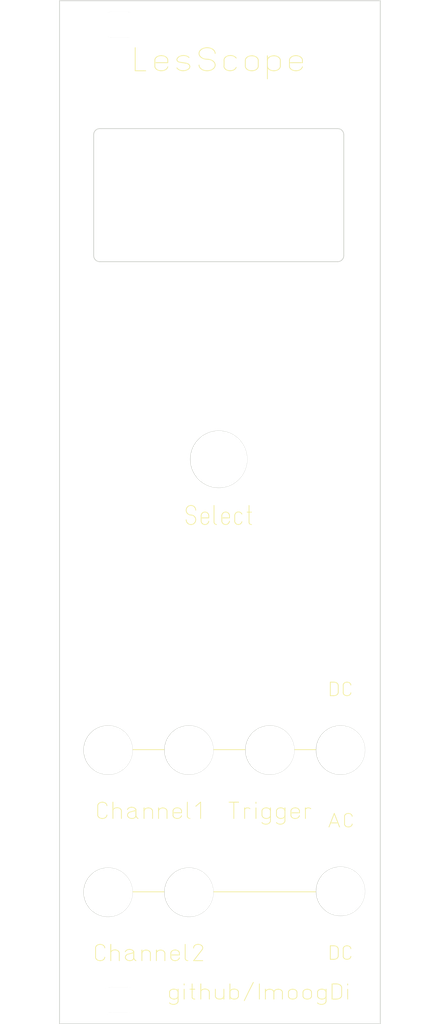
<source format=kicad_pcb>
(kicad_pcb (version 20221018) (generator pcbnew)
  (title_block (title "LesScope") (date "2025-02-14") (rev "1.0") (company "ImooDi") (comment 1 "CC BY-NC-SA"))
  (layers (0 "F.Cu" signal) (31 "B.Cu" signal) (34 "B.Paste" user) (35 "F.Paste" user) (36 "B.SilkS" user "B.Silkscreen") (37 "F.SilkS" user "F.Silkscreen") (38 "B.Mask" user) (39 "F.Mask" user) (44 "Edge.Cuts" user))
  (net 0 "")
  (footprint "" (layer "F.Cu") (at 118.833972 44.201484)
    (fp_text reference "" (at 0 0) (layer "F.SilkS") (effects (font (size 1.27 1.27))))
    (fp_text value "" (at 0 0) (layer "F.SilkS") (effects (font (size 1.27 1.27))))
    (pad "" np_thru_hole circle (at 12.1 0.33) (size 3.1 3.1) (drill 3.1) (layers "F&B.Cu" "*.Mask"))
  )
  (footprint "" (layer "F.Cu") (at 133.693972 157.921484)
    (fp_text reference "" (at 0 0) (layer "F.SilkS") (effects (font (size 1.27 1.27))))
    (fp_text value "" (at 0 0) (layer "F.SilkS") (effects (font (size 1.27 1.27))))
    (pad "" np_thru_hole oval (at -0.11 -0.21) (size 5.2 3.2) (drill oval 5.2 3.2) (layers "F&B.Cu" "*.Mask"))
  )
  (footprint "" (layer "F.Cu") (at 161.333972 144.035742)
    (fp_text reference "" (at 0 0) (layer "F.SilkS") (effects (font (size 1.27 1.27))))
    (fp_text value "" (at 0 0) (layer "F.SilkS") (effects (font (size 1.27 1.27))))
    (pad "" np_thru_hole circle (at 0.05 0.045742) (size 6.1 6.1) (drill 6.1) (layers "F&B.Cu" "*.Mask"))
  )
  (footprint "" (layer "F.Cu") (at 174.633972 45.521484)
    (fp_text reference "" (at 0 0) (layer "F.SilkS") (effects (font (size 1.27 1.27))))
    (fp_text value "" (at 0 0) (layer "F.SilkS") (effects (font (size 1.27 1.27))))
    (pad "" np_thru_hole circle (at -13.3 -0.99) (size 3.1 3.1) (drill 3.1) (layers "F&B.Cu" "*.Mask"))
  )
  (footprint "" (layer "F.Cu") (at 132.003972 126.941484)
    (fp_text reference "" (at 0 0) (layer "F.SilkS") (effects (font (size 1.27 1.27))))
    (fp_text value "" (at 0 0) (layer "F.SilkS") (effects (font (size 1.27 1.27))))
    (pad "" np_thru_hole circle (at 0.18 -0.58) (size 6.1 6.1) (drill 6.1) (layers "F&B.Cu" "*.Mask"))
  )
  (footprint "" (layer "F.Cu") (at 142.283972 125.651484)
    (fp_text reference "" (at 0 0) (layer "F.SilkS") (effects (font (size 1.27 1.27))))
    (fp_text value "" (at 0 0) (layer "F.SilkS") (effects (font (size 1.27 1.27))))
    (pad "" np_thru_hole circle (at 0.05 0.71) (size 6.1 6.1) (drill 6.1) (layers "F&B.Cu" "*.Mask"))
  )
  (footprint "" (layer "F.Cu") (at 132.153972 144.241484)
    (fp_text reference "" (at 0 0) (layer "F.SilkS") (effects (font (size 1.27 1.27))))
    (fp_text value "" (at 0 0) (layer "F.SilkS") (effects (font (size 1.27 1.27))))
    (pad "" np_thru_hole circle (at 0.03 -0.04) (size 6.1 6.1) (drill 6.1) (layers "F&B.Cu" "*.Mask"))
  )
  (footprint "" (layer "F.Cu") (at 146.053972 89.581484)
    (fp_text reference "" (at 0 0) (layer "F.SilkS") (effects (font (size 1.27 1.27))))
    (fp_text value "" (at 0 0) (layer "F.SilkS") (effects (font (size 1.27 1.27))))
    (pad "" np_thru_hole circle (at 0.03 0.28) (size 7.1 7.1) (drill 7.1) (layers "F&B.Cu" "*.Mask"))
  )
  (footprint "" (layer "F.Cu") (at 152.543972 126.821484)
    (fp_text reference "" (at 0 0) (layer "F.SilkS") (effects (font (size 1.27 1.27))))
    (fp_text value "" (at 0 0) (layer "F.SilkS") (effects (font (size 1.27 1.27))))
    (pad "" np_thru_hole circle (at -0.04 -0.46) (size 6.1 6.1) (drill 6.1) (layers "F&B.Cu" "*.Mask"))
  )
  (footprint "" (layer "F.Cu") (at 161.333972 126.324284)
    (fp_text reference "" (at 0 0) (layer "F.SilkS") (effects (font (size 1.27 1.27))))
    (fp_text value "" (at 0 0) (layer "F.SilkS") (effects (font (size 1.27 1.27))))
    (pad "" np_thru_hole circle (at 0.05 0.0372) (size 6.1 6.1) (drill 6.1) (layers "F&B.Cu" "*.Mask"))
  )
  (footprint "" (layer "F.Cu") (at 142.303972 144.291484)
    (fp_text reference "" (at 0 0) (layer "F.SilkS") (effects (font (size 1.27 1.27))))
    (fp_text value "" (at 0 0) (layer "F.SilkS") (effects (font (size 1.27 1.27))))
    (pad "" np_thru_hole circle (at 0.03 -0.09) (size 6.1 6.1) (drill 6.1) (layers "F&B.Cu" "*.Mask"))
  )
  (footprint "" (layer "F.Cu") (at 133.693972 35.431484)
    (fp_text reference "" (at 0 0) (layer "F.SilkS") (effects (font (size 1.27 1.27))))
    (fp_text value "" (at 0 0) (layer "F.SilkS") (effects (font (size 1.27 1.27))))
    (pad "" np_thru_hole oval (at -0.11 -0.12) (size 5.2 3.2) (drill oval 5.2 3.2) (layers "F&B.Cu" "*.Mask"))
  )
  (gr_line (start 154.383544 133.613984) (end 154.383544 133.972734) (stroke (width 0.1)) (layer "F.SilkS"))
  (gr_curve (pts (xy 141.388444 133.969734) (xy 141.361208 133.759005) (xy 141.130741 133.598474) (xy 140.855444 133.598474)) (stroke (width 0.1)) (layer "F.SilkS"))
  (gr_curve (pts (xy 140.425119 156.357328) (xy 140.148891 156.357328) (xy 139.917646 156.506897) (xy 139.890319 156.703234)) (stroke (width 0.1)) (layer "F.SilkS"))
  (gr_line (start 136.412044 152.789484) (end 136.412044 151.456984) (stroke (width 0.1)) (layer "F.SilkS"))
  (gr_arc (start 147.414102 97.635484) (mid 146.934102 98.055012) (end 146.454102 97.635484) (stroke (width 0.1)) (layer "F.SilkS"))
  (gr_arc (start 143.854102 96.915484) (mid 144.334102 96.480838) (end 144.814102 96.915484) (stroke (width 0.1)) (layer "F.SilkS"))
  (gr_line (start 154.068119 157.610484) (end 154.068119 156.750984) (stroke (width 0.1)) (layer "F.SilkS"))
  (gr_line (start 162.266519 155.843734) (end 162.266519 155.700484) (stroke (width 0.1)) (layer "F.SilkS"))
  (gr_line (start 158.479519 157.180734) (end 158.479519 156.703234) (stroke (width 0.1)) (layer "F.SilkS"))
  (gr_curve (pts (xy 133.122504 151.435991) (xy 132.854782 151.397377) (xy 132.590838 151.515914) (xy 132.502944 151.714234)) (stroke (width 0.1)) (layer "F.SilkS"))
  (gr_line (start 143.186235 133.404984) (end 143.78586 132.892484) (stroke (width 0.1)) (layer "F.SilkS"))
  (gr_curve (pts (xy 161.944802 119.482137) (xy 162.092954 119.547933) (xy 162.275484 119.547933) (xy 162.423635 119.482137)) (stroke (width 0.1)) (layer "F.SilkS"))
  (gr_arc (start 145.774102 98.055484) (mid 145.570954 97.958632) (end 145.474102 97.755484) (stroke (width 0.1)) (layer "F.SilkS"))
  (gr_line (start 134.657369 151.969484) (end 135.256994 151.815734) (stroke (width 0.1)) (layer "F.SilkS"))
  (gr_curve (pts (xy 140.855444 133.598474) (xy 140.580146 133.598474) (xy 140.349679 133.759005) (xy 140.322444 133.969734)) (stroke (width 0.1)) (layer "F.SilkS"))
  (gr_curve (pts (xy 143.588869 40.380484) (xy 143.588869 40.639502) (xy 143.782327 40.878844) (xy 144.096369 41.008352)) (stroke (width 0.1)) (layer "F.SilkS"))
  (gr_line (start 139.568444 134.944484) (end 139.568444 134.021984) (stroke (width 0.1)) (layer "F.SilkS"))
  (gr_line (start 157.722119 157.228484) (end 157.722119 156.750984) (stroke (width 0.1)) (layer "F.SilkS"))
  (gr_line (start 137.478044 152.789484) (end 137.478044 151.866984) (stroke (width 0.1)) (layer "F.SilkS"))
  (gr_curve (pts (xy 130.862344 134.502317) (xy 130.862344 134.747624) (xy 131.120862 134.946484) (xy 131.43976 134.946484)) (stroke (width 0.1)) (layer "F.SilkS"))
  (gr_curve (pts (xy 141.398293 41.085504) (xy 141.65727 41.128192) (xy 141.929295 41.081939) (xy 142.133569 40.960484)) (stroke (width 0.1)) (layer "F.SilkS"))
  (gr_line (start 143.814519 155.700484) (end 143.814519 156.607734) (stroke (width 0.1)) (layer "F.SilkS"))
  (gr_curve (pts (xy 138.039269 40.597984) (xy 138.094166 40.888306) (xy 138.441127 41.104913) (xy 138.851269 41.104913)) (stroke (width 0.1)) (layer "F.SilkS"))
  (gr_line (start 140.959919 157.896984) (end 140.959919 156.368984) (stroke (width 0.1)) (layer "F.SilkS"))
  (gr_curve (pts (xy 153.317544 134.485234) (xy 153.31029 134.722764) (xy 153.543033 134.924177) (xy 153.850544 134.946484)) (stroke (width 0.1)) (layer "F.SilkS"))
  (gr_curve (pts (xy 135.127644 133.527433) (xy 134.887811 133.527433) (xy 134.674119 133.643921) (xy 134.594644 133.817984)) (stroke (width 0.1)) (layer "F.SilkS"))
  (gr_curve (pts (xy 151.497544 135.458984) (xy 151.63359 135.617763) (xy 151.88514 135.693157) (xy 152.124973 135.647035)) (stroke (width 0.1)) (layer "F.SilkS"))
  (gr_line (start 148.074102 97.515484) (end 148.074102 96.975484) (stroke (width 0.1)) (layer "F.SilkS"))
  (gr_curve (pts (xy 160.919121 117.955303) (xy 160.815338 117.87547) (xy 160.674355 117.830885) (xy 160.527585 117.831484)) (stroke (width 0.1)) (layer "F.SilkS"))
  (gr_curve (pts (xy 158.479519 157.180734) (xy 158.472241 157.402043) (xy 158.70577 157.5897) (xy 159.014319 157.610484)) (stroke (width 0.1)) (layer "F.SilkS"))
  (gr_arc (start 150.174102 98.055484) (mid 149.981594 97.988624) (end 149.874102 97.815484) (stroke (width 0.1)) (layer "F.SilkS"))
  (gr_line (start 149.834519 156.655484) (end 150.413885 155.509484) (stroke (width 0.1)) (layer "F.SilkS"))
  (gr_curve (pts (xy 138.851269 41.104913) (xy 139.261411 41.104913) (xy 139.608372 40.888306) (xy 139.663269 40.597984)) (stroke (width 0.1)) (layer "F.SilkS"))
  (gr_curve (pts (xy 161.944802 152.566137) (xy 162.092954 152.631933) (xy 162.275484 152.631933) (xy 162.423635 152.566137)) (stroke (width 0.1)) (layer "F.SilkS"))
  (gr_line (start 140.052044 152.428734) (end 140.052044 151.813734) (stroke (width 0.1)) (layer "F.SilkS"))
  (gr_line (start 149.874102 97.815484) (end 149.874102 95.655484) (stroke (width 0.1)) (layer "F.SilkS"))
  (gr_curve (pts (xy 133.392904 133.591991) (xy 133.125182 133.553377) (xy 132.861238 133.671914) (xy 132.773344 133.870234)) (stroke (width 0.1)) (layer "F.SilkS"))
  (gr_line (start 141.388444 134.225984) (end 141.388444 133.969734) (stroke (width 0.1)) (layer "F.SilkS"))
  (gr_line (start 150.742244 134.946484) (end 150.742244 133.613984) (stroke (width 0.1)) (layer "F.SilkS"))
  (gr_line (start 149.320044 133.613984) (end 149.320044 133.818984) (stroke (width 0.1)) (layer "F.SilkS"))
  (gr_curve (pts (xy 137.748444 134.022984) (xy 137.748444 133.796547) (xy 137.509811 133.612984) (xy 137.215444 133.612984)) (stroke (width 0.1)) (layer "F.SilkS"))
  (gr_curve (pts (xy 161.509819 156.177984) (xy 161.51076 156.051138) (xy 161.440632 155.929293) (xy 161.315059 155.839598)) (stroke (width 0.1)) (layer "F.SilkS"))
  (gr_curve (pts (xy 162.663052 118.199817) (xy 162.663052 118.068225) (xy 162.571787 117.946628) (xy 162.423635 117.880831)) (stroke (width 0.1)) (layer "F.SilkS"))
  (gr_curve (pts (xy 140.052044 152.428734) (xy 140.088078 152.633962) (xy 140.315825 152.78708) (xy 140.585044 152.78708)) (stroke (width 0.1)) (layer "F.SilkS"))
  (gr_curve (pts (xy 145.32316 38.416704) (xy 145.1325 38.280519) (xy 144.873499 38.204463) (xy 144.603869 38.205484)) (stroke (width 0.1)) (layer "F.SilkS"))
  (gr_curve (pts (xy 155.670544 133.601474) (xy 155.395246 133.601474) (xy 155.164779 133.762005) (xy 155.137544 133.972734)) (stroke (width 0.1)) (layer "F.SilkS"))
  (gr_curve (pts (xy 135.660644 134.586734) (xy 135.684831 134.728586) (xy 135.780549 134.857437) (xy 135.927144 134.945484)) (stroke (width 0.1)) (layer "F.SilkS"))
  (gr_curve (pts (xy 142.722635 157.419484) (xy 142.756898 157.531555) (xy 142.896292 157.611208) (xy 143.056885 157.610484)) (stroke (width 0.1)) (layer "F.SilkS"))
  (gr_line (start 146.454102 97.215484) (end 147.414102 97.215484) (stroke (width 0.1)) (layer "F.SilkS"))
  (gr_line (start 150.174102 96.495484) (end 149.634102 96.495484) (stroke (width 0.1)) (layer "F.SilkS"))
  (gr_curve (pts (xy 140.585044 151.442474) (xy 140.309746 151.442474) (xy 140.079279 151.603005) (xy 140.052044 151.813734)) (stroke (width 0.1)) (layer "F.SilkS"))
  (gr_curve (pts (xy 145.32316 39.866704) (xy 145.1325 39.730519) (xy 144.873499 39.654463) (xy 144.603869 39.655484)) (stroke (width 0.1)) (layer "F.SilkS"))
  (gr_curve (pts (xy 134.927769 134.125484) (xy 134.684268 134.212312) (xy 134.555255 134.419938) (xy 134.620349 134.620228)) (stroke (width 0.1)) (layer "F.SilkS"))
  (gr_curve (pts (xy 139.890319 158.087984) (xy 140.026824 158.23592) (xy 140.279224 158.306165) (xy 140.519867 158.263193)) (stroke (width 0.1)) (layer "F.SilkS"))
  (gr_curve (pts (xy 145.111369 41.008352) (xy 145.425411 40.878844) (xy 145.618869 40.639502) (xy 145.618869 40.380484)) (stroke (width 0.1)) (layer "F.SilkS"))
  (gr_line (start 154.383544 135.253984) (end 154.383544 133.613984) (stroke (width 0.1)) (layer "F.SilkS"))
  (gr_curve (pts (xy 155.895119 156.750984) (xy 155.895119 156.540011) (xy 155.655681 156.368984) (xy 155.360319 156.368984)) (stroke (width 0.1)) (layer "F.SilkS"))
  (gr_curve (pts (xy 140.585044 152.78708) (xy 140.854262 152.78708) (xy 141.082009 152.633962) (xy 141.118044 152.428734)) (stroke (width 0.1)) (layer "F.SilkS"))
  (gr_curve (pts (xy 133.839344 134.023984) (xy 133.850817 133.814641) (xy 133.660626 133.630605) (xy 133.392904 133.591991)) (stroke (width 0.1)) (layer "F.SilkS"))
  (gr_curve (pts (xy 152.563544 133.972734) (xy 152.536308 133.762005) (xy 152.305841 133.601474) (xy 152.030544 133.601474)) (stroke (width 0.1)) (layer "F.SilkS"))
  (gr_curve (pts (xy 161.315059 157.47137) (xy 161.440632 157.381675) (xy 161.51076 157.25983) (xy 161.509819 157.132984)) (stroke (width 0.1)) (layer "F.SilkS"))
  (gr_line (start 151.031269 40.525484) (end 151.031269 39.800484) (stroke (width 0.1)) (layer "F.SilkS"))
  (gr_curve (pts (xy 134.857244 151.371433) (xy 134.617411 151.371433) (xy 134.403719 151.487921) (xy 134.324244 151.661984)) (stroke (width 0.1)) (layer "F.SilkS"))
  (gr_curve (pts (xy 161.944802 150.964831) (xy 161.79665 151.030628) (xy 161.705385 151.152225) (xy 161.705385 151.283817)) (stroke (width 0.1)) (layer "F.SilkS"))
  (gr_curve (pts (xy 143.971081 150.948546) (xy 143.860212 150.809959) (xy 143.660137 150.728718) (xy 143.448835 150.736484)) (stroke (width 0.1)) (layer "F.SilkS"))
  (gr_curve (pts (xy 154.825519 157.228484) (xy 154.825519 157.439457) (xy 155.064957 157.610484) (xy 155.360319 157.610484)) (stroke (width 0.1)) (layer "F.SilkS"))
  (gr_curve (pts (xy 134.349949 152.464228) (xy 134.415044 152.664519) (xy 134.655897 152.801017) (xy 134.923869 152.789484)) (stroke (width 0.1)) (layer "F.SilkS"))
  (gr_curve (pts (xy 159.549119 156.703234) (xy 159.521791 156.506897) (xy 159.290546 156.357328) (xy 159.014319 156.357328)) (stroke (width 0.1)) (layer "F.SilkS"))
  (gr_line (start 135.569435 41.105484) (end 136.888935 41.105484) (stroke (width 0.1)) (layer "F.SilkS"))
  (gr_curve (pts (xy 143.981835 151.402734) (xy 144.08607 151.261134) (xy 144.08195 151.087133) (xy 143.971081 150.948546)) (stroke (width 0.1)) (layer "F.SilkS"))
  (gr_line (start 136.412044 151.456984) (end 136.412044 151.866984) (stroke (width 0.1)) (layer "F.SilkS"))
  (gr_curve (pts (xy 140.322444 134.584734) (xy 140.358478 134.789962) (xy 140.586225 134.94308) (xy 140.855444 134.94308)) (stroke (width 0.1)) (layer "F.SilkS"))
  (gr_line (start 141.118569 40.017984) (end 142.032069 40.162984) (stroke (width 0.1)) (layer "F.SilkS"))
  (gr_line (start 160.085585 117.831484) (end 160.527585 117.831484) (stroke (width 0.1)) (layer "F.SilkS"))
  (gr_line (start 135.660644 134.586734) (end 135.660644 133.817984) (stroke (width 0.1)) (layer "F.SilkS"))
  (gr_line (start 150.742244 133.050234) (end 150.742244 132.896484) (stroke (width 0.1)) (layer "F.SilkS"))
  (gr_curve (pts (xy 137.215444 133.612984) (xy 136.921076 133.612984) (xy 136.682444 133.796547) (xy 136.682444 134.022984)) (stroke (width 0.1)) (layer "F.SilkS"))
  (gr_curve (pts (xy 142.434472 40.538899) (xy 142.412813 40.368716) (xy 142.256317 40.222522) (xy 142.032069 40.162984)) (stroke (width 0.1)) (layer "F.SilkS"))
  (gr_curve (pts (xy 149.6112 133.606317) (xy 149.469025 133.62819) (xy 149.355794 133.710896) (xy 149.320044 133.818984)) (stroke (width 0.1)) (layer "F.SilkS"))
  (gr_curve (pts (xy 152.998519 156.750984) (xy 152.998519 156.540011) (xy 152.759081 156.368984) (xy 152.463719 156.368984)) (stroke (width 0.1)) (layer "F.SilkS"))
  (gr_curve (pts (xy 153.804669 39.800484) (xy 153.804669 39.480159) (xy 153.441124 39.220484) (xy 152.992669 39.220484)) (stroke (width 0.1)) (layer "F.SilkS"))
  (gr_curve (pts (xy 140.425119 157.610484) (xy 140.698575 157.616599) (xy 140.932105 157.470644) (xy 140.959919 157.276234)) (stroke (width 0.1)) (layer "F.SilkS"))
  (gr_curve (pts (xy 131.16936 150.740484) (xy 130.850462 150.740484) (xy 130.591944 150.939344) (xy 130.591944 151.184651)) (stroke (width 0.1)) (layer "F.SilkS"))
  (gr_line (start 138.502444 134.944484) (end 138.502444 133.611984) (stroke (width 0.1)) (layer "F.SilkS"))
  (gr_line (start 139.663269 40.090484) (end 139.663269 39.727984) (stroke (width 0.1)) (layer "F.SilkS"))
  (gr_arc (start 142.574102 95.655484) (mid 142.999309 95.830277) (end 143.174102 96.255484) (stroke (width 0.1)) (layer "F.SilkS"))
  (gr_line (start 132.773344 132.896484) (end 132.773344 133.870234) (stroke (width 0.1)) (layer "F.SilkS"))
  (gr_line (start 160.306519 157.610484) (end 160.841319 157.610484) (stroke (width 0.1)) (layer "F.SilkS"))
  (gr_curve (pts (xy 157.2487 133.606317) (xy 157.106525 133.62819) (xy 156.993294 133.710896) (xy 156.957544 133.818984)) (stroke (width 0.1)) (layer "F.SilkS"))
  (gr_curve (pts (xy 131.16936 152.790484) (xy 131.488259 152.790484) (xy 131.746777 152.591624) (xy 131.746777 152.346317)) (stroke (width 0.1)) (layer "F.SilkS"))
  (gr_line (start 148.564094 132.896484) (end 147.964469 132.896484) (stroke (width 0.1)) (layer "F.SilkS"))
  (gr_curve (pts (xy 152.124973 135.647035) (xy 152.364806 135.600913) (xy 152.540638 135.443331) (xy 152.563544 135.253984)) (stroke (width 0.1)) (layer "F.SilkS"))
  (gr_line (start 135.660644 133.817984) (end 135.660644 134.586734) (stroke (width 0.1)) (layer "F.SilkS"))
  (gr_line (start 142.120235 134.687234) (end 142.120235 132.893484) (stroke (width 0.1)) (layer "F.SilkS"))
  (gr_line (start 154.954069 40.090484) (end 156.578069 40.090484) (stroke (width 0.1)) (layer "F.SilkS"))
  (gr_curve (pts (xy 135.194269 134.945484) (xy 135.448039 134.938596) (xy 135.65169 134.781942) (xy 135.660644 134.586734)) (stroke (width 0.1)) (layer "F.SilkS"))
  (gr_curve (pts (xy 161.870485 135.637151) (xy 161.870485 135.768743) (xy 161.96175 135.89034) (xy 162.109902 135.956137)) (stroke (width 0.1)) (layer "F.SilkS"))
  (gr_line (start 145.642919 157.228484) (end 145.642919 156.368984) (stroke (width 0.1)) (layer "F.SilkS"))
  (gr_curve (pts (xy 152.030544 133.601474) (xy 151.755246 133.601474) (xy 151.524779 133.762005) (xy 151.497544 133.972734)) (stroke (width 0.1)) (layer "F.SilkS"))
  (gr_curve (pts (xy 147.327851 39.205927) (xy 146.95597 39.276761) (xy 146.706935 39.526275) (xy 146.734435 39.800484)) (stroke (width 0.1)) (layer "F.SilkS"))
  (gr_curve (pts (xy 148.540919 156.703234) (xy 148.519196 156.511611) (xy 148.303695 156.360485) (xy 148.035069 156.348493)) (stroke (width 0.1)) (layer "F.SilkS"))
  (gr_line (start 161.080085 152.190484) (end 161.080085 151.340484) (stroke (width 0.1)) (layer "F.SilkS"))
  (gr_curve (pts (xy 153.850544 133.601474) (xy 153.575246 133.601474) (xy 153.344779 133.762005) (xy 153.317544 133.972734)) (stroke (width 0.1)) (layer "F.SilkS"))
  (gr_line (start 132.502944 152.790484) (end 132.502944 150.740484) (stroke (width 0.1)) (layer "F.SilkS"))
  (gr_line (start 152.998519 157.610484) (end 152.998519 156.750984) (stroke (width 0.1)) (layer "F.SilkS"))
  (gr_curve (pts (xy 136.945044 151.456984) (xy 136.650676 151.456984) (xy 136.412044 151.640547) (xy 136.412044 151.866984)) (stroke (width 0.1)) (layer "F.SilkS"))
  (gr_curve (pts (xy 162.588735 134.354831) (xy 162.440584 134.289035) (xy 162.258054 134.289035) (xy 162.109902 134.354831)) (stroke (width 0.1)) (layer "F.SilkS"))
  (gr_curve (pts (xy 152.463719 156.368984) (xy 152.168357 156.368984) (xy 151.928919 156.540011) (xy 151.928919 156.750984)) (stroke (width 0.1)) (layer "F.SilkS"))
  (gr_line (start 159.549119 157.896984) (end 159.549119 156.368984) (stroke (width 0.1)) (layer "F.SilkS"))
  (gr_arc (start 146.454102 96.915484) (mid 146.934102 96.480838) (end 147.414102 96.915484) (stroke (width 0.1)) (layer "F.SilkS"))
  (gr_curve (pts (xy 135.256994 151.815734) (xy 135.345428 151.797632) (xy 135.402534 151.73174) (xy 135.390244 151.661984)) (stroke (width 0.1)) (layer "F.SilkS"))
  (gr_curve (pts (xy 151.031269 39.800484) (xy 151.031269 39.480159) (xy 150.667724 39.220484) (xy 150.219269 39.220484)) (stroke (width 0.1)) (layer "F.SilkS"))
  (gr_line (start 147.471319 155.700484) (end 147.471319 157.610484) (stroke (width 0.1)) (layer "F.SilkS"))
  (gr_curve (pts (xy 135.527394 133.971734) (xy 135.615828 133.953632) (xy 135.672934 133.88774) (xy 135.660644 133.817984)) (stroke (width 0.1)) (layer "F.SilkS"))
  (gr_curve (pts (xy 145.618869 38.930484) (xy 145.620298 38.737891) (xy 145.51382 38.55289) (xy 145.32316 38.416704)) (stroke (width 0.1)) (layer "F.SilkS"))
  (gr_curve (pts (xy 158.479519 158.087984) (xy 158.616024 158.23592) (xy 158.868424 158.306165) (xy 159.109067 158.263193)) (stroke (width 0.1)) (layer "F.SilkS"))
  (gr_line (start 155.137544 134.228984) (end 156.203544 134.228984) (stroke (width 0.1)) (layer "F.SilkS"))
  (gr_curve (pts (xy 159.014319 157.610484) (xy 159.287775 157.616599) (xy 159.521305 157.470644) (xy 159.549119 157.276234)) (stroke (width 0.1)) (layer "F.SilkS"))
  (gr_curve (pts (xy 153.317544 135.458984) (xy 153.45359 135.617763) (xy 153.70514 135.693157) (xy 153.944973 135.647035)) (stroke (width 0.1)) (layer "F.SilkS"))
  (gr_curve (pts (xy 162.423635 117.880831) (xy 162.275484 117.815035) (xy 162.092954 117.815035) (xy 161.944802 117.880831)) (stroke (width 0.1)) (layer "F.SilkS"))
  (gr_line (start 160.085585 119.531484) (end 160.527585 119.531484) (stroke (width 0.1)) (layer "F.SilkS"))
  (gr_line (start 144.884119 157.610484) (end 144.884119 156.750984) (stroke (width 0.1)) (layer "F.SilkS"))
  (gr_line (start 138.039269 40.090484) (end 139.663269 40.090484) (stroke (width 0.1)) (layer "F.SilkS"))
  (gr_line (start 153.317544 134.485234) (end 153.317544 133.972734) (stroke (width 0.1)) (layer "F.SilkS"))
  (gr_curve (pts (xy 140.519867 158.263193) (xy 140.760509 158.220221) (xy 140.936936 158.0734) (xy 140.959919 157.896984)) (stroke (width 0.1)) (layer "F.SilkS"))
  (gr_curve (pts (xy 131.746777 151.184651) (xy 131.746777 150.939344) (xy 131.488259 150.740484) (xy 131.16936 150.740484)) (stroke (width 0.1)) (layer "F.SilkS"))
  (gr_line (start 151.171519 157.610484) (end 151.171519 155.700484) (stroke (width 0.1)) (layer "F.SilkS"))
  (gr_line (start 146.734435 40.452984) (end 146.734435 39.800484) (stroke (width 0.1)) (layer "F.SilkS"))
  (gr_curve (pts (xy 135.660644 133.817984) (xy 135.581168 133.643921) (xy 135.367476 133.527433) (xy 135.127644 133.527433)) (stroke (width 0.1)) (layer "F.SilkS"))
  (gr_line (start 152.998519 156.750984) (end 152.998519 157.610484) (stroke (width 0.1)) (layer "F.SilkS"))
  (gr_curve (pts (xy 142.133569 40.960484) (xy 142.33911 40.873037) (xy 142.456132 40.709082) (xy 142.434472 40.538899)) (stroke (width 0.1)) (layer "F.SilkS"))
  (gr_curve (pts (xy 159.014319 156.357328) (xy 158.738091 156.357328) (xy 158.506846 156.506897) (xy 158.479519 156.703234)) (stroke (width 0.1)) (layer "F.SilkS"))
  (gr_line (start 143.056885 156.368984) (end 142.455235 156.368984) (stroke (width 0.1)) (layer "F.SilkS"))
  (gr_curve (pts (xy 157.722119 156.750984) (xy 157.722119 156.540011) (xy 157.482681 156.368984) (xy 157.187319 156.368984)) (stroke (width 0.1)) (layer "F.SilkS"))
  (gr_arc (start 144.814102 97.635484) (mid 144.334102 98.055012) (end 143.854102 97.635484) (stroke (width 0.1)) (layer "F.SilkS"))
  (gr_line (start 138.502444 133.611984) (end 138.502444 134.021984) (stroke (width 0.1)) (layer "F.SilkS"))
  (gr_line (start 161.024185 135.495484) (end 160.140185 135.495484) (stroke (width 0.1)) (layer "F.SilkS"))
  (gr_line (start 135.390244 151.661984) (end 135.390244 152.430734) (stroke (width 0.1)) (layer "F.SilkS"))
  (gr_curve (pts (xy 155.766069 41.104913) (xy 156.176211 41.104913) (xy 156.523172 40.888306) (xy 156.578069 40.597984)) (stroke (width 0.1)) (layer "F.SilkS"))
  (gr_line (start 146.454102 97.635484) (end 146.454102 96.915484) (stroke (width 0.1)) (layer "F.SilkS"))
  (gr_line (start 137.748444 134.945484) (end 137.748444 134.022984) (stroke (width 0.1)) (layer "F.SilkS"))
  (gr_line (start 161.705385 152.247151) (end 161.705385 151.283817) (stroke (width 0.1)) (layer "F.SilkS"))
  (gr_line (start 147.471319 157.610484) (end 147.471319 156.655484) (stroke (width 0.1)) (layer "F.SilkS"))
  (gr_curve (pts (xy 154.068119 156.750984) (xy 154.068119 156.540011) (xy 153.828681 156.368984) (xy 153.533319 156.368984)) (stroke (width 0.1)) (layer "F.SilkS"))
  (gr_curve (pts (xy 146.445119 157.559306) (xy 146.610586 157.491068) (xy 146.712519 157.364959) (xy 146.712519 157.228484)) (stroke (width 0.1)) (layer "F.SilkS"))
  (gr_curve (pts (xy 140.814069 39.655484) (xy 140.779707 39.812985) (xy 140.907839 39.965523) (xy 141.118569 40.017984)) (stroke (width 0.1)) (layer "F.SilkS"))
  (gr_line (start 160.085585 150.915484) (end 160.527585 150.915484) (stroke (width 0.1)) (layer "F.SilkS"))
  (gr_line (start 161.705385 119.163151) (end 161.705385 118.199817) (stroke (width 0.1)) (layer "F.SilkS"))
  (gr_curve (pts (xy 137.478044 151.866984) (xy 137.478044 151.640547) (xy 137.239411 151.456984) (xy 136.945044 151.456984)) (stroke (width 0.1)) (layer "F.SilkS"))
  (gr_curve (pts (xy 160.527585 119.531484) (xy 160.674355 119.532083) (xy 160.815338 119.487498) (xy 160.919121 119.407665)) (stroke (width 0.1)) (layer "F.SilkS"))
  (gr_line (start 151.497544 134.485234) (end 151.497544 133.972734) (stroke (width 0.1)) (layer "F.SilkS"))
  (gr_curve (pts (xy 141.477016 39.195651) (xy 141.148722 39.24255) (xy 140.889335 39.422466) (xy 140.814069 39.655484)) (stroke (width 0.1)) (layer "F.SilkS"))
  (gr_line (start 143.854102 97.215484) (end 144.814102 97.215484) (stroke (width 0.1)) (layer "F.SilkS"))
  (gr_curve (pts (xy 162.109902 135.956137) (xy 162.258054 136.021933) (xy 162.440584 136.021933) (xy 162.588735 135.956137)) (stroke (width 0.1)) (layer "F.SilkS"))
  (gr_curve (pts (xy 148.035069 156.348493) (xy 147.766443 156.336501) (xy 147.526276 156.467284) (xy 147.471319 156.655484)) (stroke (width 0.1)) (layer "F.SilkS"))
  (gr_line (start 130.591944 152.346317) (end 130.591944 151.184651) (stroke (width 0.1)) (layer "F.SilkS"))
  (gr_curve (pts (xy 151.497544 134.485234) (xy 151.49029 134.722764) (xy 151.723033 134.924177) (xy 152.030544 134.946484)) (stroke (width 0.1)) (layer "F.SilkS"))
  (gr_curve (pts (xy 160.527585 152.615484) (xy 160.674355 152.616083) (xy 160.815338 152.571498) (xy 160.919121 152.491665)) (stroke (width 0.1)) (layer "F.SilkS"))
  (gr_line (start 135.390244 152.430734) (end 135.390244 151.661984) (stroke (width 0.1)) (layer "F.SilkS"))
  (gr_line (start 152.563544 135.253984) (end 152.563544 133.613984) (stroke (width 0.1)) (layer "F.SilkS"))
  (gr_line (start 160.085585 152.615484) (end 160.085585 150.915484) (stroke (width 0.1)) (layer "F.SilkS"))
  (gr_line (start 141.718719 157.610484) (end 141.718719 156.368984) (stroke (width 0.1)) (layer "F.SilkS"))
  (gr_curve (pts (xy 145.642919 157.228484) (xy 145.642919 157.364959) (xy 145.744851 157.491068) (xy 145.910319 157.559306)) (stroke (width 0.1)) (layer "F.SilkS"))
  (gr_curve (pts (xy 130.591944 152.346317) (xy 130.591944 152.591624) (xy 130.850462 152.790484) (xy 131.16936 152.790484)) (stroke (width 0.1)) (layer "F.SilkS"))
  (gr_line (start 140.052044 152.069984) (end 141.118044 152.069984) (stroke (width 0.1)) (layer "F.SilkS"))
  (gr_line (start 146.712519 157.610484) (end 146.712519 156.368984) (stroke (width 0.1)) (layer "F.SilkS"))
  (gr_curve (pts (xy 155.360319 156.368984) (xy 155.064957 156.368984) (xy 154.825519 156.540011) (xy 154.825519 156.750984)) (stroke (width 0.1)) (layer "F.SilkS"))
  (gr_line (start 146.712519 157.228484) (end 146.712519 157.610484) (stroke (width 0.1)) (layer "F.SilkS"))
  (gr_curve (pts (xy 141.849835 152.531234) (xy 141.868245 152.666458) (xy 142.007169 152.773323) (xy 142.18296 152.787484)) (stroke (width 0.1)) (layer "F.SilkS"))
  (gr_line (start 151.928919 157.610484) (end 151.928919 156.368984) (stroke (width 0.1)) (layer "F.SilkS"))
  (gr_curve (pts (xy 134.657369 151.969484) (xy 134.413868 152.056312) (xy 134.284855 152.263938) (xy 134.349949 152.464228)) (stroke (width 0.1)) (layer "F.SilkS"))
  (gr_curve (pts (xy 162.828152 134.673817) (xy 162.828152 134.542225) (xy 162.736887 134.420628) (xy 162.588735 134.354831)) (stroke (width 0.1)) (layer "F.SilkS"))
  (gr_line (start 156.203544 134.228984) (end 156.203544 133.972734) (stroke (width 0.1)) (layer "F.SilkS"))
  (gr_curve (pts (xy 161.705385 119.163151) (xy 161.705385 119.294743) (xy 161.79665 119.41634) (xy 161.944802 119.482137)) (stroke (width 0.1)) (layer "F.SilkS"))
  (gr_line (start 149.320044 134.946484) (end 149.320044 133.613984) (stroke (width 0.1)) (layer "F.SilkS"))
  (gr_curve (pts (xy 160.919121 151.039303) (xy 160.815338 150.95947) (xy 160.674355 150.914885) (xy 160.527585 150.915484)) (stroke (width 0.1)) (layer "F.SilkS"))
  (gr_line (start 133.168721 144.145484) (end 158.479251 144.145484) (stroke (width 0.1)) (layer "F.SilkS"))
  (gr_line (start 162.266519 157.610484) (end 162.266519 156.368984) (stroke (width 0.1)) (layer "F.SilkS"))
  (gr_curve (pts (xy 139.663269 39.727984) (xy 139.621777 39.42988) (xy 139.270671 39.202787) (xy 138.851269 39.202787)) (stroke (width 0.1)) (layer "F.SilkS"))
  (gr_curve (pts (xy 143.448835 150.736484) (xy 143.29692 150.739614) (xy 143.153459 150.790957) (xy 143.052495 150.878329)) (stroke (width 0.1)) (layer "F.SilkS"))
  (gr_arc (start 148.974102 97.695484) (mid 148.436959 98.041295) (end 148.074102 97.515484) (stroke (width 0.1)) (layer "F.SilkS"))
  (gr_line (start 142.722635 157.419484) (end 142.722635 155.700484) (stroke (width 0.1)) (layer "F.SilkS"))
  (gr_curve (pts (xy 145.910319 157.559306) (xy 146.075786 157.627543) (xy 146.279651 157.627543) (xy 146.445119 157.559306)) (stroke (width 0.1)) (layer "F.SilkS"))
  (gr_line (start 143.814519 157.610484) (end 143.814519 155.700484) (stroke (width 0.1)) (layer "F.SilkS"))
  (gr_curve (pts (xy 140.959919 156.703234) (xy 140.932591 156.506897) (xy 140.701346 156.357328) (xy 140.425119 156.357328)) (stroke (width 0.1)) (layer "F.SilkS"))
  (gr_line (start 138.232044 152.788484) (end 138.232044 151.455984) (stroke (width 0.1)) (layer "F.SilkS"))
  (gr_curve (pts (xy 162.588735 135.956137) (xy 162.736887 135.89034) (xy 162.828152 135.768743) (xy 162.828152 135.637151)) (stroke (width 0.1)) (layer "F.SilkS"))
  (gr_curve (pts (xy 154.954069 40.597984) (xy 155.008966 40.888306) (xy 155.355927 41.104913) (xy 155.766069 41.104913)) (stroke (width 0.1)) (layer "F.SilkS"))
  (gr_line (start 135.569435 38.205484) (end 135.569435 41.105484) (stroke (width 0.1)) (layer "F.SilkS"))
  (gr_curve (pts (xy 156.203544 133.972734) (xy 156.176308 133.762005) (xy 155.945841 133.601474) (xy 155.670544 133.601474)) (stroke (width 0.1)) (layer "F.SilkS"))
  (gr_curve (pts (xy 153.533319 156.368984) (xy 153.237957 156.368984) (xy 152.998519 156.540011) (xy 152.998519 156.750984)) (stroke (width 0.1)) (layer "F.SilkS"))
  (gr_line (start 160.306519 155.700484) (end 160.841319 155.700484) (stroke (width 0.1)) (layer "F.SilkS"))
  (gr_curve (pts (xy 162.423635 150.964831) (xy 162.275484 150.899035) (xy 162.092954 150.899035) (xy 161.944802 150.964831)) (stroke (width 0.1)) (layer "F.SilkS"))
  (gr_curve (pts (xy 161.315059 155.839598) (xy 161.189486 155.749903) (xy 161.018903 155.699811) (xy 160.841319 155.700484)) (stroke (width 0.1)) (layer "F.SilkS"))
  (gr_line (start 155.137544 134.587734) (end 155.137544 133.972734) (stroke (width 0.1)) (layer "F.SilkS"))
  (gr_line (start 143.981835 151.402734) (end 142.915835 152.786484) (stroke (width 0.1)) (layer "F.SilkS"))
  (gr_line (start 156.652519 156.750984) (end 156.652519 157.228484) (stroke (width 0.1)) (layer "F.SilkS"))
  (gr_curve (pts (xy 142.120235 134.687234) (xy 142.138645 134.822458) (xy 142.277569 134.929323) (xy 142.45336 134.943484)) (stroke (width 0.1)) (layer "F.SilkS"))
  (gr_line (start 154.954069 40.597984) (end 154.954069 39.727984) (stroke (width 0.1)) (layer "F.SilkS"))
  (gr_line (start 144.814102 97.215484) (end 144.814102 96.915484) (stroke (width 0.1)) (layer "F.SilkS"))
  (gr_curve (pts (xy 155.766069 39.202787) (xy 155.346666 39.202787) (xy 154.99556 39.42988) (xy 154.954069 39.727984)) (stroke (width 0.1)) (layer "F.SilkS"))
  (gr_curve (pts (xy 139.890319 157.180734) (xy 139.883041 157.402043) (xy 140.11657 157.5897) (xy 140.425119 157.610484)) (stroke (width 0.1)) (layer "F.SilkS"))
  (gr_curve (pts (xy 161.705385 152.247151) (xy 161.705385 152.378743) (xy 161.79665 152.50034) (xy 161.944802 152.566137)) (stroke (width 0.1)) (layer "F.SilkS"))
  (gr_line (start 132.502944 150.740484) (end 132.502944 151.714234) (stroke (width 0.1)) (layer "F.SilkS"))
  (gr_line (start 141.718719 155.843734) (end 141.718719 155.700484) (stroke (width 0.1)) (layer "F.SilkS"))
  (gr_line (start 160.306519 157.610484) (end 160.306519 155.700484) (stroke (width 0.1)) (layer "F.SilkS"))
  (gr_line (start 141.849835 152.531234) (end 141.849835 150.737484) (stroke (width 0.1)) (layer "F.SilkS"))
  (gr_line (start 143.854102 97.635484) (end 143.854102 96.915484) (stroke (width 0.1)) (layer "F.SilkS"))
  (gr_line (start 155.895119 157.228484) (end 155.895119 156.750984) (stroke (width 0.1)) (layer "F.SilkS"))
  (gr_curve (pts (xy 155.360319 157.610484) (xy 155.655681 157.610484) (xy 155.895119 157.439457) (xy 155.895119 157.228484)) (stroke (width 0.1)) (layer "F.SilkS"))
  (gr_curve (pts (xy 133.568944 151.867984) (xy 133.580417 151.658641) (xy 133.390226 151.474605) (xy 133.122504 151.435991)) (stroke (width 0.1)) (layer "F.SilkS"))
  (gr_curve (pts (xy 152.992669 41.105484) (xy 153.441124 41.105484) (xy 153.804669 40.845809) (xy 153.804669 40.525484)) (stroke (width 0.1)) (layer "F.SilkS"))
  (gr_curve (pts (xy 131.43976 132.896484) (xy 131.120862 132.896484) (xy 130.862344 133.095344) (xy 130.862344 133.340651)) (stroke (width 0.1)) (layer "F.SilkS"))
  (gr_curve (pts (xy 146.734435 40.452984) (xy 146.6654 40.748396) (xy 146.937075 41.029621) (xy 147.348231 41.088358)) (stroke (width 0.1)) (layer "F.SilkS"))
  (gr_line (start 138.232044 151.455984) (end 138.232044 151.865984) (stroke (width 0.1)) (layer "F.SilkS"))
  (gr_line (start 139.890319 157.180734) (end 139.890319 156.703234) (stroke (width 0.1)) (layer "F.SilkS"))
  (gr_line (start 136.682444 134.945484) (end 136.682444 133.612984) (stroke (width 0.1)) (layer "F.SilkS"))
  (gr_curve (pts (xy 155.670544 134.94608) (xy 155.939762 134.94608) (xy 156.167509 134.792962) (xy 156.203544 134.587734)) (stroke (width 0.1)) (layer "F.SilkS"))
  (gr_curve (pts (xy 139.035444 133.611984) (xy 138.741076 133.611984) (xy 138.502444 133.795547) (xy 138.502444 134.021984)) (stroke (width 0.1)) (layer "F.SilkS"))
  (gr_curve (pts (xy 148.006119 157.610484) (xy 148.301481 157.610484) (xy 148.540919 157.439457) (xy 148.540919 157.228484)) (stroke (width 0.1)) (layer "F.SilkS"))
  (gr_line (start 159.549119 156.368984) (end 159.549119 156.703234) (stroke (width 0.1)) (layer "F.SilkS"))
  (gr_curve (pts (xy 144.884119 156.750984) (xy 144.895631 156.555938) (xy 144.704797 156.38447) (xy 144.436171 156.348493)) (stroke (width 0.1)) (layer "F.SilkS"))
  (gr_curve (pts (xy 156.578069 39.727984) (xy 156.536577 39.42988) (xy 156.185471 39.202787) (xy 155.766069 39.202787)) (stroke (width 0.1)) (layer "F.SilkS"))
  (gr_curve (pts (xy 157.187319 156.368984) (xy 156.891957 156.368984) (xy 156.652519 156.540011) (xy 156.652519 156.750984)) (stroke (width 0.1)) (layer "F.SilkS"))
  (gr_curve (pts (xy 131.43976 134.946484) (xy 131.758659 134.946484) (xy 132.017177 134.747624) (xy 132.017177 134.502317)) (stroke (width 0.1)) (layer "F.SilkS"))
  (gr_curve (pts (xy 161.080085 118.256484) (xy 161.080864 118.143585) (xy 161.022904 118.035136) (xy 160.919121 117.955303)) (stroke (width 0.1)) (layer "F.SilkS"))
  (gr_curve (pts (xy 161.944802 117.880831) (xy 161.79665 117.946628) (xy 161.705385 118.068225) (xy 161.705385 118.199817)) (stroke (width 0.1)) (layer "F.SilkS"))
  (gr_curve (pts (xy 142.336569 39.437984) (xy 142.141621 39.243568) (xy 141.805309 39.148752) (xy 141.477016 39.195651)) (stroke (width 0.1)) (layer "F.SilkS"))
  (gr_curve (pts (xy 147.348231 41.088358) (xy 147.759387 41.147095) (xy 148.161593 40.962137) (xy 148.256935 40.670484)) (stroke (width 0.1)) (layer "F.SilkS"))
  (gr_curve (pts (xy 134.620349 134.620228) (xy 134.685444 134.820519) (xy 134.926297 134.957017) (xy 135.194269 134.945484)) (stroke (width 0.1)) (layer "F.SilkS"))
  (gr_curve (pts (xy 140.814069 40.742984) (xy 140.923175 40.916096) (xy 141.139316 41.042815) (xy 141.398293 41.085504)) (stroke (width 0.1)) (layer "F.SilkS"))
  (gr_curve (pts (xy 138.851269 39.202787) (xy 138.431866 39.202787) (xy 138.08076 39.42988) (xy 138.039269 39.727984)) (stroke (width 0.1)) (layer "F.SilkS"))
  (gr_line (start 161.080085 119.106484) (end 161.080085 118.256484) (stroke (width 0.1)) (layer "F.SilkS"))
  (gr_curve (pts (xy 144.096369 41.008352) (xy 144.410411 41.137861) (xy 144.797327 41.137861) (xy 145.111369 41.008352)) (stroke (width 0.1)) (layer "F.SilkS"))
  (gr_line (start 147.964469 132.896484) (end 147.964469 134.946484) (stroke (width 0.1)) (layer "F.SilkS"))
  (gr_line (start 156.578069 40.090484) (end 156.578069 39.727984) (stroke (width 0.1)) (layer "F.SilkS"))
  (gr_line (start 161.870485 135.637151) (end 161.870485 134.673817) (stroke (width 0.1)) (layer "F.SilkS"))
  (gr_curve (pts (xy 139.568444 134.021984) (xy 139.568444 133.795547) (xy 139.329811 133.611984) (xy 139.035444 133.611984)) (stroke (width 0.1)) (layer "F.SilkS"))
  (gr_line (start 149.407269 39.800484) (end 149.407269 40.525484) (stroke (width 0.1)) (layer "F.SilkS"))
  (gr_curve (pts (xy 162.423635 152.566137) (xy 162.571787 152.50034) (xy 162.663052 152.378743) (xy 162.663052 152.247151)) (stroke (width 0.1)) (layer "F.SilkS"))
  (gr_curve (pts (xy 156.652519 157.228484) (xy 156.652519 157.439457) (xy 156.891957 157.610484) (xy 157.187319 157.610484)) (stroke (width 0.1)) (layer "F.SilkS"))
  (gr_curve (pts (xy 157.187319 157.610484) (xy 157.482681 157.610484) (xy 157.722119 157.439457) (xy 157.722119 157.228484)) (stroke (width 0.1)) (layer "F.SilkS"))
  (gr_curve (pts (xy 154.383544 133.972734) (xy 154.356308 133.762005) (xy 154.125841 133.601474) (xy 153.850544 133.601474)) (stroke (width 0.1)) (layer "F.SilkS"))
  (gr_curve (pts (xy 144.603869 38.205484) (xy 144.241244 38.205484) (xy 143.906165 38.343668) (xy 143.724853 38.567984)) (stroke (width 0.1)) (layer "F.SilkS"))
  (gr_curve (pts (xy 134.923869 152.789484) (xy 135.177639 152.782596) (xy 135.38129 152.625942) (xy 135.390244 152.430734)) (stroke (width 0.1)) (layer "F.SilkS"))
  (gr_line (start 132.773344 134.946484) (end 132.773344 132.896484) (stroke (width 0.1)) (layer "F.SilkS"))
  (gr_line (start 156.957544 133.613984) (end 156.957544 133.818984) (stroke (width 0.1)) (layer "F.SilkS"))
  (gr_line (start 133.125382 126.301484) (end 161.522562 126.301484) (stroke (width 0.1)) (layer "F.SilkS"))
  (gr_curve (pts (xy 132.017177 133.340651) (xy 132.017177 133.095344) (xy 131.758659 132.896484) (xy 131.43976 132.896484)) (stroke (width 0.1)) (layer "F.SilkS"))
  (gr_curve (pts (xy 147.471319 157.228484) (xy 147.471319 157.439457) (xy 147.710757 157.610484) (xy 148.006119 157.610484)) (stroke (width 0.1)) (layer "F.SilkS"))
  (gr_curve (pts (xy 160.841319 157.610484) (xy 161.018903 157.611157) (xy 161.189486 157.561065) (xy 161.315059 157.47137)) (stroke (width 0.1)) (layer "F.SilkS"))
  (gr_line (start 136.682444 133.612984) (end 136.682444 134.022984) (stroke (width 0.1)) (layer "F.SilkS"))
  (gr_curve (pts (xy 159.109067 158.263193) (xy 159.349709 158.220221) (xy 159.526136 158.0734) (xy 159.549119 157.896984)) (stroke (width 0.1)) (layer "F.SilkS"))
  (gr_line (start 133.568944 152.790484) (end 133.568944 151.867984) (stroke (width 0.1)) (layer "F.SilkS"))
  (gr_curve (pts (xy 150.219269 39.220484) (xy 149.770813 39.220484) (xy 149.407269 39.480159) (xy 149.407269 39.800484)) (stroke (width 0.1)) (layer "F.SilkS"))
  (gr_arc (start 142.574102 96.855484) (mid 142.999309 97.030277) (end 143.174102 97.455484) (stroke (width 0.1)) (layer "F.SilkS"))
  (gr_line (start 142.915835 152.786484) (end 144.04846 152.786484) (stroke (width 0.1)) (layer "F.SilkS"))
  (gr_curve (pts (xy 160.919121 152.491665) (xy 161.022904 152.411832) (xy 161.080864 152.303383) (xy 161.080085 152.190484)) (stroke (width 0.1)) (layer "F.SilkS"))
  (gr_line (start 152.180669 39.220484) (end 152.180669 39.800484) (stroke (width 0.1)) (layer "F.SilkS"))
  (gr_line (start 145.474102 97.755484) (end 145.474102 95.655484) (stroke (width 0.1)) (layer "F.SilkS"))
  (gr_line (start 154.825519 156.750984) (end 154.825519 157.228484) (stroke (width 0.1)) (layer "F.SilkS"))
  (gr_line (start 140.959919 156.368984) (end 140.959919 156.703234) (stroke (width 0.1)) (layer "F.SilkS"))
  (gr_line (start 143.78586 132.892484) (end 143.78586 134.942484) (stroke (width 0.1)) (layer "F.SilkS"))
  (gr_curve (pts (xy 143.724853 39.292984) (xy 143.906165 39.5173) (xy 144.241244 39.655484) (xy 144.603869 39.655484)) (stroke (width 0.1)) (layer "F.SilkS"))
  (gr_curve (pts (xy 141.118044 151.813734) (xy 141.090808 151.603005) (xy 140.860341 151.442474) (xy 140.585044 151.442474)) (stroke (width 0.1)) (layer "F.SilkS"))
  (gr_curve (pts (xy 162.663052 151.283817) (xy 162.663052 151.152225) (xy 162.571787 151.030628) (xy 162.423635 150.964831)) (stroke (width 0.1)) (layer "F.SilkS"))
  (gr_line (start 139.298044 152.788484) (end 139.298044 151.865984) (stroke (width 0.1)) (layer "F.SilkS"))
  (gr_curve (pts (xy 162.423635 119.482137) (xy 162.571787 119.41634) (xy 162.663052 119.294743) (xy 162.663052 119.163151)) (stroke (width 0.1)) (layer "F.SilkS"))
  (gr_line (start 161.509819 157.132984) (end 161.509819 156.177984) (stroke (width 0.1)) (layer "F.SilkS"))
  (gr_line (start 148.540919 157.228484) (end 148.540919 156.703234) (stroke (width 0.1)) (layer "F.SilkS"))
  (gr_curve (pts (xy 150.219269 41.105484) (xy 150.667724 41.105484) (xy 151.031269 40.845809) (xy 151.031269 40.525484)) (stroke (width 0.1)) (layer "F.SilkS"))
  (gr_curve (pts (xy 143.724853 38.567984) (xy 143.543541 38.7923) (xy 143.543541 39.068668) (xy 143.724853 39.292984)) (stroke (width 0.1)) (layer "F.SilkS"))
  (gr_curve (pts (xy 138.765044 151.455984) (xy 138.470676 151.455984) (xy 138.232044 151.639547) (xy 138.232044 151.865984)) (stroke (width 0.1)) (layer "F.SilkS"))
  (gr_curve (pts (xy 155.137544 134.587734) (xy 155.173578 134.792962) (xy 155.401325 134.94608) (xy 155.670544 134.94608)) (stroke (width 0.1)) (layer "F.SilkS"))
  (gr_curve (pts (xy 143.052495 150.878329) (xy 142.951532 150.965702) (xy 142.902066 151.081315) (xy 142.915835 151.197734)) (stroke (width 0.1)) (layer "F.SilkS"))
  (gr_curve (pts (xy 160.919121 119.407665) (xy 161.022904 119.327832) (xy 161.080864 119.219383) (xy 161.080085 119.106484)) (stroke (width 0.1)) (layer "F.SilkS"))
  (gr_line (start 140.322444 134.584734) (end 140.322444 133.969734) (stroke (width 0.1)) (layer "F.SilkS"))
  (gr_line (start 160.085585 119.531484) (end 160.085585 117.831484) (stroke (width 0.1)) (layer "F.SilkS"))
  (gr_line (start 140.322444 134.225984) (end 141.388444 134.225984) (stroke (width 0.1)) (layer "F.SilkS"))
  (gr_line (start 153.804669 40.525484) (end 153.804669 39.800484) (stroke (width 0.1)) (layer "F.SilkS"))
  (gr_curve (pts (xy 144.436171 156.348493) (xy 144.167545 156.312516) (xy 143.90271 156.422957) (xy 143.814519 156.607734)) (stroke (width 0.1)) (layer "F.SilkS"))
  (gr_curve (pts (xy 153.944973 135.647035) (xy 154.184806 135.600913) (xy 154.360638 135.443331) (xy 154.383544 135.253984)) (stroke (width 0.1)) (layer "F.SilkS"))
  (gr_curve (pts (xy 152.180669 40.525484) (xy 152.180669 40.845809) (xy 152.544213 41.105484) (xy 152.992669 41.105484)) (stroke (width 0.1)) (layer "F.SilkS"))
  (gr_line (start 151.928919 156.368984) (end 151.928919 156.750984) (stroke (width 0.1)) (layer "F.SilkS"))
  (gr_curve (pts (xy 162.109902 134.354831) (xy 161.96175 134.420628) (xy 161.870485 134.542225) (xy 161.870485 134.673817)) (stroke (width 0.1)) (layer "F.SilkS"))
  (gr_arc (start 143.174102 97.455484) (mid 142.574102 98.055484) (end 141.974102 97.455484) (stroke (width 0.1)) (layer "F.SilkS"))
  (gr_curve (pts (xy 153.850544 134.946484) (xy 154.12308 134.953048) (xy 154.355824 134.796393) (xy 154.383544 134.587734)) (stroke (width 0.1)) (layer "F.SilkS"))
  (gr_line (start 152.180669 42.120484) (end 152.180669 39.220484) (stroke (width 0.1)) (layer "F.SilkS"))
  (gr_curve (pts (xy 149.407269 40.525484) (xy 149.407269 40.845809) (xy 149.770813 41.105484) (xy 150.219269 41.105484)) (stroke (width 0.1)) (layer "F.SilkS"))
  (gr_line (start 134.927769 134.125484) (end 135.527394 133.971734) (stroke (width 0.1)) (layer "F.SilkS"))
  (gr_curve (pts (xy 149.986294 133.716484) (xy 149.899249 133.627288) (xy 149.753375 133.584444) (xy 149.6112 133.606317)) (stroke (width 0.1)) (layer "F.SilkS"))
  (gr_curve (pts (xy 152.992669 39.220484) (xy 152.544213 39.220484) (xy 152.180669 39.480159) (xy 152.180669 39.800484)) (stroke (width 0.1)) (layer "F.SilkS"))
  (gr_line (start 130.862344 134.502317) (end 130.862344 133.340651) (stroke (width 0.1)) (layer "F.SilkS"))
  (gr_line (start 156.957544 134.946484) (end 156.957544 133.613984) (stroke (width 0.1)) (layer "F.SilkS"))
  (gr_curve (pts (xy 135.390244 151.661984) (xy 135.310768 151.487921) (xy 135.097076 151.371433) (xy 134.857244 151.371433)) (stroke (width 0.1)) (layer "F.SilkS"))
  (gr_curve (pts (xy 148.256935 39.510484) (xy 148.089634 39.262904) (xy 147.699731 39.135092) (xy 147.327851 39.205927)) (stroke (width 0.1)) (layer "F.SilkS"))
  (gr_curve (pts (xy 139.298044 151.865984) (xy 139.298044 151.639547) (xy 139.059411 151.455984) (xy 138.765044 151.455984)) (stroke (width 0.1)) (layer "F.SilkS"))
  (gr_curve (pts (xy 145.618869 40.380484) (xy 145.620298 40.187891) (xy 145.51382 40.00289) (xy 145.32316 39.866704)) (stroke (width 0.1)) (layer "F.SilkS"))
  (gr_curve (pts (xy 161.080085 151.340484) (xy 161.080864 151.227585) (xy 161.022904 151.119136) (xy 160.919121 151.039303)) (stroke (width 0.1)) (layer "F.SilkS"))
  (gr_curve (pts (xy 152.030544 134.946484) (xy 152.30308 134.953048) (xy 152.535824 134.796393) (xy 152.563544 134.587734)) (stroke (width 0.1)) (layer "F.SilkS"))
  (gr_line (start 133.839344 134.946484) (end 133.839344 134.023984) (stroke (width 0.1)) (layer "F.SilkS"))
  (gr_line (start 147.364844 132.896484) (end 148.564094 132.896484) (stroke (width 0.1)) (layer "F.SilkS"))
  (gr_line (start 152.563544 133.613984) (end 152.563544 133.972734) (stroke (width 0.1)) (layer "F.SilkS"))
  (gr_curve (pts (xy 157.623794 133.716484) (xy 157.536749 133.627288) (xy 157.390875 133.584444) (xy 157.2487 133.606317)) (stroke (width 0.1)) (layer "F.SilkS"))
  (gr_curve (pts (xy 135.390244 152.430734) (xy 135.414431 152.572586) (xy 135.510149 152.701437) (xy 135.656744 152.789484)) (stroke (width 0.1)) (layer "F.SilkS"))
  (gr_line (start 160.085585 152.615484) (end 160.527585 152.615484) (stroke (width 0.1)) (layer "F.SilkS"))
  (gr_line (start 159.919185 136.005484) (end 160.582185 134.305484) (stroke (width 0.1)) (layer "F.SilkS"))
  (gr_line (start 149.277435 157.801484) (end 149.834519 156.655484) (stroke (width 0.1)) (layer "F.SilkS"))
  (gr_line (start 147.414102 97.215484) (end 147.414102 96.915484) (stroke (width 0.1)) (layer "F.SilkS"))
  (gr_arc (start 142.574102 96.855484) (mid 141.974102 96.255484) (end 142.574102 95.655484) (stroke (width 0.1)) (layer "F.SilkS"))
  (gr_curve (pts (xy 140.855444 134.94308) (xy 141.124662 134.94308) (xy 141.352409 134.789962) (xy 141.388444 134.584734)) (stroke (width 0.1)) (layer "F.SilkS"))
  (gr_line (start 138.039269 40.597984) (end 138.039269 39.727984) (stroke (width 0.1)) (layer "F.SilkS"))
  (gr_line (start 160.582185 134.305484) (end 161.245185 136.005484) (stroke (width 0.1)) (layer "F.SilkS"))
  (gr_line (start 141.118044 152.069984) (end 141.118044 151.813734) (stroke (width 0.1)) (layer "F.SilkS"))
  (gr_arc (start 148.074102 96.975484) (mid 148.424908 96.483384) (end 148.974102 96.735484) (stroke (width 0.1)) (layer "F.SilkS"))
  (gr_arc (start 132.514472 36.861484) (mid 131.807365 36.568591) (end 131.514472 35.861484) (stroke (width 0.1)) (layer "Edge.Cuts"))
  (gr_line (start 166.363972 160.711484) (end 126.063972 160.711484) (stroke (width 0.1)) (layer "Edge.Cuts"))
  (gr_arc (start 135.613472 158.261484) (mid 135.320579 158.968591) (end 134.613472 159.261484) (stroke (width 0.1)) (layer "Edge.Cuts"))
  (gr_line (start 166.363972 32.311484) (end 166.363972 160.711484) (stroke (width 0.1)) (layer "Edge.Cuts"))
  (gr_line (start 135.613472 34.761484) (end 135.613472 35.861484) (stroke (width 0.1)) (layer "Edge.Cuts"))
  (gr_arc (start 131.514472 157.161484) (mid 131.807365 156.454377) (end 132.514472 156.161484) (stroke (width 0.1)) (layer "Edge.Cuts"))
  (gr_line (start 126.063972 160.711484) (end 126.063972 32.311484) (stroke (width 0.1)) (layer "Edge.Cuts"))
  (gr_arc (start 130.353972 49.123484) (mid 130.577157 48.584669) (end 131.115972 48.361484) (stroke (width 0.1)) (layer "Edge.Cuts"))
  (gr_line (start 161.011972 65.061484) (end 131.115972 65.061484) (stroke (width 0.1)) (layer "Edge.Cuts"))
  (gr_circle (center 161.363972 126.361484) (end 164.413972 126.361484) (stroke (width 0.1)) (fill none) (layer "Edge.Cuts"))
  (gr_circle (center 142.313972 126.357484) (end 145.363972 126.357484) (stroke (width 0.1)) (fill none) (layer "Edge.Cuts"))
  (gr_circle (center 132.163972 126.357484) (end 135.213972 126.357484) (stroke (width 0.1)) (fill none) (layer "Edge.Cuts"))
  (gr_line (start 130.353972 64.299484) (end 130.353972 49.123484) (stroke (width 0.1)) (layer "Edge.Cuts"))
  (gr_arc (start 131.115972 65.061484) (mid 130.577157 64.838299) (end 130.353972 64.299484) (stroke (width 0.1)) (layer "Edge.Cuts"))
  (gr_line (start 132.514472 33.761484) (end 134.613472 33.761484) (stroke (width 0.1)) (layer "Edge.Cuts"))
  (gr_circle (center 132.163972 144.201484) (end 135.213972 144.201484) (stroke (width 0.1)) (fill none) (layer "Edge.Cuts"))
  (gr_line (start 131.514472 158.261484) (end 131.514472 157.161484) (stroke (width 0.1)) (layer "Edge.Cuts"))
  (gr_line (start 131.115972 48.361484) (end 161.011972 48.361484) (stroke (width 0.1)) (layer "Edge.Cuts"))
  (gr_line (start 161.773972 49.123484) (end 161.773972 64.299484) (stroke (width 0.1)) (layer "Edge.Cuts"))
  (gr_circle (center 142.313972 144.201484) (end 145.363972 144.201484) (stroke (width 0.1)) (fill none) (layer "Edge.Cuts"))
  (gr_arc (start 161.773972 64.299484) (mid 161.550787 64.838299) (end 161.011972 65.061484) (stroke (width 0.1)) (layer "Edge.Cuts"))
  (gr_arc (start 132.514472 159.261484) (mid 131.807365 158.968591) (end 131.514472 158.261484) (stroke (width 0.1)) (layer "Edge.Cuts"))
  (gr_arc (start 161.011972 48.361484) (mid 161.550787 48.584669) (end 161.773972 49.123484) (stroke (width 0.1)) (layer "Edge.Cuts"))
  (gr_arc (start 134.613472 33.761484) (mid 135.320579 34.054377) (end 135.613472 34.761484) (stroke (width 0.1)) (layer "Edge.Cuts"))
  (gr_circle (center 146.063972 89.861484) (end 149.613972 89.861484) (stroke (width 0.1)) (fill none) (layer "Edge.Cuts"))
  (gr_circle (center 161.363972 144.081484) (end 164.413972 144.081484) (stroke (width 0.1)) (fill none) (layer "Edge.Cuts"))
  (gr_line (start 132.514472 156.161484) (end 134.613472 156.161484) (stroke (width 0.1)) (layer "Edge.Cuts"))
  (gr_line (start 131.514472 35.861484) (end 131.514472 34.761484) (stroke (width 0.1)) (layer "Edge.Cuts"))
  (gr_arc (start 135.613472 35.861484) (mid 135.320579 36.568591) (end 134.613472 36.861484) (stroke (width 0.1)) (layer "Edge.Cuts"))
  (gr_circle (center 152.483972 126.357484) (end 155.533972 126.357484) (stroke (width 0.1)) (fill none) (layer "Edge.Cuts"))
  (gr_arc (start 131.514472 34.761484) (mid 131.807365 34.054377) (end 132.514472 33.761484) (stroke (width 0.1)) (layer "Edge.Cuts"))
  (gr_line (start 135.613472 157.161484) (end 135.613472 158.261484) (stroke (width 0.1)) (layer "Edge.Cuts"))
  (gr_line (start 134.613472 36.861484) (end 132.514472 36.861484) (stroke (width 0.1)) (layer "Edge.Cuts"))
  (gr_line (start 134.613472 159.261484) (end 132.514472 159.261484) (stroke (width 0.1)) (layer "Edge.Cuts"))
  (gr_arc (start 134.613472 156.161484) (mid 135.320579 156.454377) (end 135.613472 157.161484) (stroke (width 0.1)) (layer "Edge.Cuts"))
  (gr_line (start 126.063972 32.311484) (end 166.363972 32.311484) (stroke (width 0.1)) (layer "Edge.Cuts"))
)
</source>
